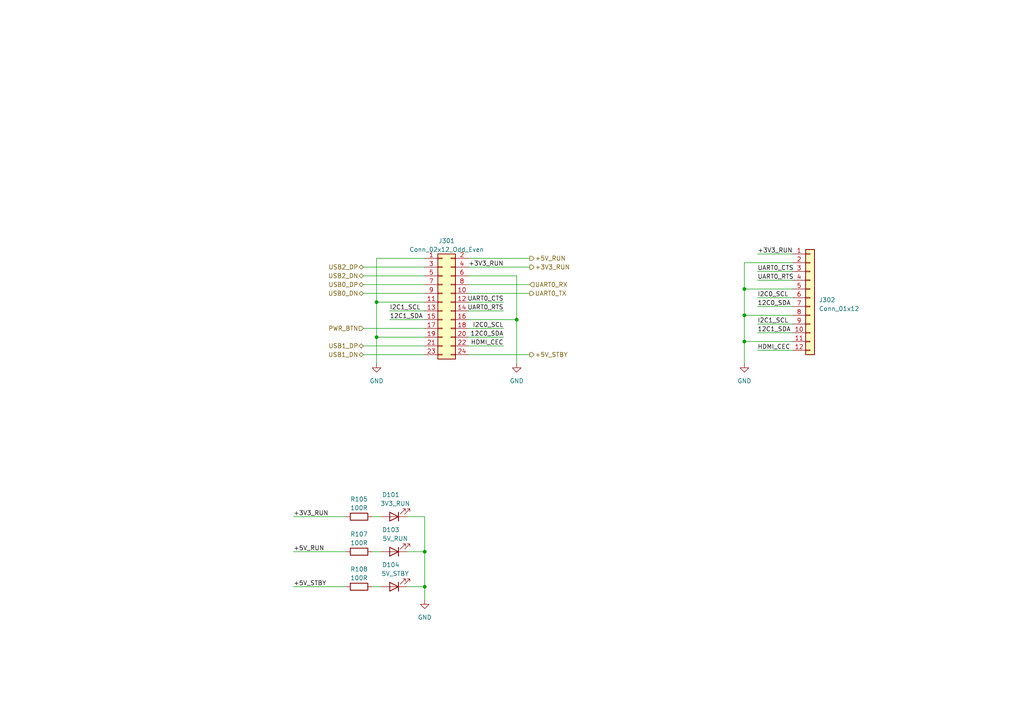
<source format=kicad_sch>
(kicad_sch (version 20230121) (generator eeschema)
  (paper "A4")
  (title_block (title "ODROID H3(+) mITX adapter") (date "2023-08-13") (rev "1.1.0"))
  (lib_symbols
    (symbol "Device:LED" (pin_numbers hide) (pin_names (offset 1.016) hide)
      (property "Reference" "D" (at 0 2.54 0))
      (property "Value" "LED" (at 0 -2.54 0))
      (symbol "LED_0_1"
        (polyline (pts (xy -1.27 -1.27) (xy -1.27 1.27)) (stroke (width 0.254)))
        (polyline (pts (xy -1.27 0) (xy 1.27 0)))
        (polyline (pts (xy 1.27 -1.27) (xy 1.27 1.27) (xy -1.27 0) (xy 1.27 -1.27)) (stroke (width 0.254)))
        (polyline (pts (xy -3.048 -0.762) (xy -4.572 -2.286) (xy -3.81 -2.286) (xy -4.572 -2.286) (xy -4.572 -1.524)))
        (polyline (pts (xy -1.778 -0.762) (xy -3.302 -2.286) (xy -2.54 -2.286) (xy -3.302 -2.286) (xy -3.302 -1.524)))
      )
      (symbol "LED_1_1"
        (pin passive line (at -3.81 0 0) (length 2.54) (name "K") (number "1"))
        (pin passive line (at 3.81 0 180) (length 2.54) (name "A") (number "2"))
      )
    )
    (symbol "Device:R" (pin_numbers hide) (pin_names (offset 0))
      (property "Reference" "R" (at 2.032 0 90))
      (property "Value" "R" (at 0 0 90))
      (symbol "R_0_1"
        (rectangle (start -1.016 -2.54) (end 1.016 2.54) (stroke (width 0.254)))
      )
      (symbol "R_1_1"
        (pin passive line (at 0 3.81 270) (length 1.27) (name "~") (number "1"))
        (pin passive line (at 0 -3.81 90) (length 1.27) (name "~") (number "2"))
      )
    )
    (symbol "odroid_h3_uitx_adapter:Conn_01x12" (pin_names (offset 1.016) hide)
      (property "Reference" "J" (at 0 15.24 0))
      (property "Value" "Conn_01x12" (at 0 -17.78 0))
      (symbol "Conn_01x12_1_1"
        (rectangle (start -1.27 -15.113) (end 0 -15.367) (stroke (width 0.1524)))
        (rectangle (start -1.27 -12.573) (end 0 -12.827) (stroke (width 0.1524)))
        (rectangle (start -1.27 -10.033) (end 0 -10.287) (stroke (width 0.1524)))
        (rectangle (start -1.27 -7.493) (end 0 -7.747) (stroke (width 0.1524)))
        (rectangle (start -1.27 -4.953) (end 0 -5.207) (stroke (width 0.1524)))
        (rectangle (start -1.27 -2.413) (end 0 -2.667) (stroke (width 0.1524)))
        (rectangle (start -1.27 0.127) (end 0 -0.127) (stroke (width 0.1524)))
        (rectangle (start -1.27 2.667) (end 0 2.413) (stroke (width 0.1524)))
        (rectangle (start -1.27 5.207) (end 0 4.953) (stroke (width 0.1524)))
        (rectangle (start -1.27 7.747) (end 0 7.493) (stroke (width 0.1524)))
        (rectangle (start -1.27 10.287) (end 0 10.033) (stroke (width 0.1524)))
        (rectangle (start -1.27 12.827) (end 0 12.573) (stroke (width 0.1524)))
        (rectangle (start -1.27 13.97) (end 1.27 -16.51) (stroke (width 0.254)) (fill (type background)))
        (pin passive line (at -5.08 12.7 0) (length 3.81) (name "Pin_1") (number "1"))
        (pin passive line (at -5.08 -10.16 0) (length 3.81) (name "Pin_10") (number "10"))
        (pin passive line (at -5.08 -12.7 0) (length 3.81) (name "Pin_11") (number "11"))
        (pin passive line (at -5.08 -15.24 0) (length 3.81) (name "Pin_12") (number "12"))
        (pin passive line (at -5.08 10.16 0) (length 3.81) (name "Pin_2") (number "2"))
        (pin passive line (at -5.08 7.62 0) (length 3.81) (name "Pin_3") (number "3"))
        (pin passive line (at -5.08 5.08 0) (length 3.81) (name "Pin_4") (number "4"))
        (pin passive line (at -5.08 2.54 0) (length 3.81) (name "Pin_5") (number "5"))
        (pin passive line (at -5.08 0 0) (length 3.81) (name "Pin_6") (number "6"))
        (pin passive line (at -5.08 -2.54 0) (length 3.81) (name "Pin_7") (number "7"))
        (pin passive line (at -5.08 -5.08 0) (length 3.81) (name "Pin_8") (number "8"))
        (pin passive line (at -5.08 -7.62 0) (length 3.81) (name "Pin_9") (number "9"))
      )
    )
    (symbol "odroid_h3_uitx_adapter:Conn_02x12_Odd_Even" (pin_names (offset 1.016) hide)
      (property "Reference" "J" (at 0 15.24 0))
      (property "Value" "Conn_02x12_Odd_Even" (at 0 -17.78 0))
      (symbol "Conn_02x12_Odd_Even_1_1"
        (rectangle (start -2.54 -15.113) (end -1.27 -15.367) (stroke (width 0.1524)))
        (rectangle (start -2.54 -12.573) (end -1.27 -12.827) (stroke (width 0.1524)))
        (rectangle (start -2.54 -10.033) (end -1.27 -10.287) (stroke (width 0.1524)))
        (rectangle (start -2.54 -7.493) (end -1.27 -7.747) (stroke (width 0.1524)))
        (rectangle (start -2.54 -4.953) (end -1.27 -5.207) (stroke (width 0.1524)))
        (rectangle (start -2.54 -2.413) (end -1.27 -2.667) (stroke (width 0.1524)))
        (rectangle (start -2.54 0.127) (end -1.27 -0.127) (stroke (width 0.1524)))
        (rectangle (start -2.54 2.667) (end -1.27 2.413) (stroke (width 0.1524)))
        (rectangle (start -2.54 5.207) (end -1.27 4.953) (stroke (width 0.1524)))
        (rectangle (start -2.54 7.747) (end -1.27 7.493) (stroke (width 0.1524)))
        (rectangle (start -2.54 10.287) (end -1.27 10.033) (stroke (width 0.1524)))
        (rectangle (start -2.54 12.827) (end -1.27 12.573) (stroke (width 0.1524)))
        (rectangle (start -2.54 13.97) (end 2.54 -16.51) (stroke (width 0.254)) (fill (type background)))
        (rectangle (start 2.54 -15.113) (end 1.27 -15.367) (stroke (width 0.1524)))
        (rectangle (start 2.54 -12.573) (end 1.27 -12.827) (stroke (width 0.1524)))
        (rectangle (start 2.54 -10.033) (end 1.27 -10.287) (stroke (width 0.1524)))
        (rectangle (start 2.54 -7.493) (end 1.27 -7.747) (stroke (width 0.1524)))
        (rectangle (start 2.54 -4.953) (end 1.27 -5.207) (stroke (width 0.1524)))
        (rectangle (start 2.54 -2.413) (end 1.27 -2.667) (stroke (width 0.1524)))
        (rectangle (start 2.54 0.127) (end 1.27 -0.127) (stroke (width 0.1524)))
        (rectangle (start 2.54 2.667) (end 1.27 2.413) (stroke (width 0.1524)))
        (rectangle (start 2.54 5.207) (end 1.27 4.953) (stroke (width 0.1524)))
        (rectangle (start 2.54 7.747) (end 1.27 7.493) (stroke (width 0.1524)))
        (rectangle (start 2.54 10.287) (end 1.27 10.033) (stroke (width 0.1524)))
        (rectangle (start 2.54 12.827) (end 1.27 12.573) (stroke (width 0.1524)))
        (pin passive line (at -6.35 12.7 0) (length 3.81) (name "Pin_1") (number "1"))
        (pin passive line (at 6.35 2.54 180) (length 3.81) (name "Pin_10") (number "10"))
        (pin passive line (at -6.35 0 0) (length 3.81) (name "Pin_11") (number "11"))
        (pin passive line (at 6.35 0 180) (length 3.81) (name "Pin_12") (number "12"))
        (pin passive line (at -6.35 -2.54 0) (length 3.81) (name "Pin_13") (number "13"))
        (pin passive line (at 6.35 -2.54 180) (length 3.81) (name "Pin_14") (number "14"))
        (pin passive line (at -6.35 -5.08 0) (length 3.81) (name "Pin_15") (number "15"))
        (pin passive line (at 6.35 -5.08 180) (length 3.81) (name "Pin_16") (number "16"))
        (pin passive line (at -6.35 -7.62 0) (length 3.81) (name "Pin_17") (number "17"))
        (pin passive line (at 6.35 -7.62 180) (length 3.81) (name "Pin_18") (number "18"))
        (pin passive line (at -6.35 -10.16 0) (length 3.81) (name "Pin_19") (number "19"))
        (pin passive line (at 6.35 12.7 180) (length 3.81) (name "Pin_2") (number "2"))
        (pin passive line (at 6.35 -10.16 180) (length 3.81) (name "Pin_20") (number "20"))
        (pin passive line (at -6.35 -12.7 0) (length 3.81) (name "Pin_21") (number "21"))
        (pin passive line (at 6.35 -12.7 180) (length 3.81) (name "Pin_22") (number "22"))
        (pin passive line (at -6.35 -15.24 0) (length 3.81) (name "Pin_23") (number "23"))
        (pin passive line (at 6.35 -15.24 180) (length 3.81) (name "Pin_24") (number "24"))
        (pin passive line (at -6.35 10.16 0) (length 3.81) (name "Pin_3") (number "3"))
        (pin passive line (at 6.35 10.16 180) (length 3.81) (name "Pin_4") (number "4"))
        (pin passive line (at -6.35 7.62 0) (length 3.81) (name "Pin_5") (number "5"))
        (pin passive line (at 6.35 7.62 180) (length 3.81) (name "Pin_6") (number "6"))
        (pin passive line (at -6.35 5.08 0) (length 3.81) (name "Pin_7") (number "7"))
        (pin passive line (at 6.35 5.08 180) (length 3.81) (name "Pin_8") (number "8"))
        (pin passive line (at -6.35 2.54 0) (length 3.81) (name "Pin_9") (number "9"))
      )
    )
    (symbol "power:GND" (power) (pin_names (offset 0))
      (property "Value" "GND" (at 0 -3.81 0))
      (symbol "GND_0_1"
        (polyline (pts (xy 0 0) (xy 0 -1.27) (xy 1.27 -1.27) (xy 0 -2.54) (xy -1.27 -1.27) (xy 0 -1.27)))
      )
      (symbol "GND_1_1"
        (pin power_in line (at 0 0 270) (length 0) hide (name "GND") (number "1"))
      )
    )
  )
  (junction (at 215.9 83.82))
  (junction (at 123.19 160.02))
  (junction (at 215.9 91.44))
  (junction (at 123.19 170.18))
  (junction (at 109.22 97.79))
  (junction (at 215.9 99.06))
  (junction (at 149.86 92.71))
  (junction (at 109.22 87.63))
  (wire (pts (xy 135.89 80.01) (xy 149.86 80.01)))
  (wire (pts (xy 123.19 87.63) (xy 109.22 87.63)))
  (wire (pts (xy 110.49 149.86) (xy 107.95 149.86)))
  (wire (pts (xy 146.05 90.17) (xy 135.89 90.17)))
  (wire (pts (xy 219.71 81.28) (xy 229.87 81.28)))
  (wire (pts (xy 229.87 101.6) (xy 219.71 101.6)))
  (wire (pts (xy 135.89 85.09) (xy 153.67 85.09)))
  (wire (pts (xy 153.67 77.47) (xy 135.89 77.47)))
  (wire (pts (xy 109.22 87.63) (xy 109.22 97.79)))
  (wire (pts (xy 105.41 77.47) (xy 123.19 77.47)))
  (wire (pts (xy 215.9 91.44) (xy 229.87 91.44)))
  (wire (pts (xy 85.09 149.86) (xy 100.33 149.86)))
  (wire (pts (xy 123.19 160.02) (xy 123.19 170.18)))
  (wire (pts (xy 118.11 160.02) (xy 123.19 160.02)))
  (wire (pts (xy 219.71 73.66) (xy 229.87 73.66)))
  (wire (pts (xy 149.86 80.01) (xy 149.86 92.71)))
  (wire (pts (xy 109.22 97.79) (xy 109.22 105.41)))
  (wire (pts (xy 229.87 78.74) (xy 219.71 78.74)))
  (wire (pts (xy 135.89 87.63) (xy 146.05 87.63)))
  (wire (pts (xy 123.19 173.99) (xy 123.19 170.18)))
  (wire (pts (xy 113.03 92.71) (xy 123.19 92.71)))
  (wire (pts (xy 146.05 97.79) (xy 135.89 97.79)))
  (wire (pts (xy 229.87 86.36) (xy 219.71 86.36)))
  (wire (pts (xy 123.19 90.17) (xy 113.03 90.17)))
  (wire (pts (xy 123.19 74.93) (xy 109.22 74.93)))
  (wire (pts (xy 215.9 99.06) (xy 215.9 105.41)))
  (wire (pts (xy 105.41 82.55) (xy 123.19 82.55)))
  (wire (pts (xy 118.11 149.86) (xy 123.19 149.86)))
  (wire (pts (xy 110.49 170.18) (xy 107.95 170.18)))
  (wire (pts (xy 110.49 160.02) (xy 107.95 160.02)))
  (wire (pts (xy 85.09 160.02) (xy 100.33 160.02)))
  (wire (pts (xy 149.86 92.71) (xy 149.86 105.41)))
  (wire (pts (xy 105.41 85.09) (xy 123.19 85.09)))
  (wire (pts (xy 219.71 96.52) (xy 229.87 96.52)))
  (wire (pts (xy 215.9 76.2) (xy 229.87 76.2)))
  (wire (pts (xy 123.19 170.18) (xy 118.11 170.18)))
  (wire (pts (xy 135.89 102.87) (xy 153.67 102.87)))
  (wire (pts (xy 105.41 80.01) (xy 123.19 80.01)))
  (wire (pts (xy 105.41 100.33) (xy 123.19 100.33)))
  (wire (pts (xy 135.89 82.55) (xy 153.67 82.55)))
  (wire (pts (xy 215.9 91.44) (xy 215.9 99.06)))
  (wire (pts (xy 215.9 83.82) (xy 229.87 83.82)))
  (wire (pts (xy 123.19 97.79) (xy 109.22 97.79)))
  (wire (pts (xy 109.22 74.93) (xy 109.22 87.63)))
  (wire (pts (xy 135.89 95.25) (xy 146.05 95.25)))
  (wire (pts (xy 123.19 149.86) (xy 123.19 160.02)))
  (wire (pts (xy 105.41 95.25) (xy 123.19 95.25)))
  (wire (pts (xy 215.9 83.82) (xy 215.9 91.44)))
  (wire (pts (xy 135.89 74.93) (xy 153.67 74.93)))
  (wire (pts (xy 219.71 88.9) (xy 229.87 88.9)))
  (wire (pts (xy 229.87 93.98) (xy 219.71 93.98)))
  (wire (pts (xy 135.89 100.33) (xy 146.05 100.33)))
  (wire (pts (xy 215.9 76.2) (xy 215.9 83.82)))
  (wire (pts (xy 85.09 170.18) (xy 100.33 170.18)))
  (wire (pts (xy 135.89 92.71) (xy 149.86 92.71)))
  (wire (pts (xy 105.41 102.87) (xy 123.19 102.87)))
  (wire (pts (xy 215.9 99.06) (xy 229.87 99.06)))
  (label "I2C0_SCL" (at 219.71 86.36 0))
  (label "UART0_RTS" (at 219.71 81.28 0))
  (label "UART0_RTS" (at 146.05 90.17 180))
  (label "+5V_RUN" (at 85.09 160.02 0))
  (label "UART0_CTS" (at 219.71 78.74 0))
  (label "+3V3_RUN" (at 85.09 149.86 0))
  (label "I2C1_SCL" (at 113.03 90.17 0))
  (label "12C0_SDA" (at 146.05 97.79 180))
  (label "UART0_CTS" (at 146.05 87.63 180))
  (label "+3V3_RUN" (at 146.05 77.47 180))
  (label "I2C1_SCL" (at 219.71 93.98 0))
  (label "+5V_STBY" (at 85.09 170.18 0))
  (label "12C1_SDA" (at 219.71 96.52 0))
  (label "I2C0_SCL" (at 146.05 95.25 180))
  (label "HDMI_CEC" (at 219.71 101.6 0))
  (label "12C0_SDA" (at 219.71 88.9 0))
  (label "HDMI_CEC" (at 146.05 100.33 180))
  (label "+3V3_RUN" (at 219.71 73.66 0))
  (label "12C1_SDA" (at 113.03 92.71 0))
  (hierarchical_label "+5V_RUN" (shape output) (at 153.67 74.93 0))
  (hierarchical_label "UART0_RX" (shape input) (at 153.67 82.55 0))
  (hierarchical_label "USB1_DP" (shape bidirectional) (at 105.41 100.33 180))
  (hierarchical_label "UART0_TX" (shape output) (at 153.67 85.09 0))
  (hierarchical_label "+5V_STBY" (shape output) (at 153.67 102.87 0))
  (hierarchical_label "USB0_DN" (shape bidirectional) (at 105.41 85.09 180))
  (hierarchical_label "USB0_DP" (shape bidirectional) (at 105.41 82.55 180))
  (hierarchical_label "USB2_DP" (shape bidirectional) (at 105.41 77.47 180))
  (hierarchical_label "USB1_DN" (shape bidirectional) (at 105.41 102.87 180))
  (hierarchical_label "+3V3_RUN" (shape output) (at 153.67 77.47 0))
  (hierarchical_label "PWR_BTN" (shape input) (at 105.41 95.25 180))
  (hierarchical_label "USB2_DN" (shape bidirectional) (at 105.41 80.01 180))
  (symbol (lib_id "Device:LED") (at 114.3 149.86 180) (unit 1)
    (property "Reference" "D101" (at 113.3475 143.51 0))
    (property "Value" "3V3_RUN" (at 114.6175 146.05 0))
    (property "Footprint" "LED_SMD:LED_0603_1608Metric" (effects hide))
    (property "Datasheet" "https://datasheet.lcsc.com/lcsc/1810201530_BrtLed-Bright-LED-Elec-BL-HKC36G-AV-TRB_C165981.pdf" (effects hide))
    (property "LCSC" "C165981" (effects hide))
    (instances (project "main" (path "" (reference "D101") (unit 1)) (path "" (reference "D301") (unit 1))))
  )
  (symbol (lib_id "power:GND") (at 215.9 105.41 0) (unit 1)
    (property "Reference" "#PWR0120" (effects hide))
    (property "Value" "GND" (at 215.9 110.49 0))
    (instances (project "main" (path "" (reference "#PWR0120") (unit 1)) (path "" (reference "#PWR0304") (unit 1))))
  )
  (symbol (lib_id "Device:LED") (at 114.3 160.02 180) (unit 1)
    (property "Reference" "D103" (at 113.3475 153.67 0))
    (property "Value" "5V_RUN" (at 114.6175 156.21 0))
    (property "Footprint" "LED_SMD:LED_0603_1608Metric" (effects hide))
    (property "Datasheet" "https://datasheet.lcsc.com/lcsc/1810201530_BrtLed-Bright-LED-Elec-BL-HKC36G-AV-TRB_C165981.pdf" (effects hide))
    (property "LCSC" "C165981" (effects hide))
    (instances (project "main" (path "" (reference "D103") (unit 1)) (path "" (reference "D302") (unit 1))))
  )
  (symbol (lib_id "power:GND") (at 149.86 105.41 0) (mirror y) (unit 1)
    (property "Reference" "#PWR0119" (effects hide))
    (property "Value" "GND" (at 149.86 110.49 0))
    (instances (project "main" (path "" (reference "#PWR0119") (unit 1)) (path "" (reference "#PWR0303") (unit 1))))
  )
  (symbol (lib_id "Device:R") (at 104.14 160.02 90) (unit 1)
    (property "Reference" "R107" (at 104.14 154.94 90))
    (property "Value" "100R" (at 104.14 157.48 90))
    (property "Footprint" "Resistor_SMD:R_0402_1005Metric" (effects hide))
    (property "LCSC" "C25076" (effects hide))
    (instances (project "main" (path "" (reference "R107") (unit 1)) (path "" (reference "R302") (unit 1))))
  )
  (symbol (lib_id "odroid_h3_uitx_adapter:Conn_02x12_Odd_Even") (at 129.54 87.63 0) (unit 1)
    (property "Reference" "J301" (at 129.54 69.85 0))
    (property "Value" "Conn_02x12_Odd_Even" (at 129.54 72.39 0))
    (property "Footprint" "odroid_h3_uitx_adapter:PinHeader_2x12_P2.54mm_Vertical" (effects hide))
    (property "LCSC" "C2935922" (effects hide))
  )
  (symbol (lib_id "Device:LED") (at 114.3 170.18 180) (unit 1)
    (property "Reference" "D104" (at 113.3475 163.83 0))
    (property "Value" "5V_STBY" (at 114.6175 166.37 0))
    (property "Footprint" "LED_SMD:LED_0603_1608Metric" (effects hide))
    (property "Datasheet" "https://datasheet.lcsc.com/lcsc/1810201530_BrtLed-Bright-LED-Elec-BL-HKC36G-AV-TRB_C165981.pdf" (effects hide))
    (property "LCSC" "C165981" (effects hide))
    (instances (project "main" (path "" (reference "D104") (unit 1)) (path "" (reference "D303") (unit 1))))
  )
  (symbol (lib_id "odroid_h3_uitx_adapter:Conn_01x12") (at 234.95 86.36 0) (unit 1)
    (property "Reference" "J302" (at 237.49 86.995 0) (effects (justify left)))
    (property "Value" "Conn_01x12" (at 237.49 89.535 0) (effects (justify left)))
    (property "Footprint" "odroid_h3_uitx_adapter:PinHeader_1x12_P2.54mm_Vertical" (effects hide))
    (property "LCSC" "C225487" (effects hide))
  )
  (symbol (lib_id "Device:R") (at 104.14 149.86 90) (unit 1)
    (property "Reference" "R105" (at 104.14 144.78 90))
    (property "Value" "100R" (at 104.14 147.32 90))
    (property "Footprint" "Resistor_SMD:R_0402_1005Metric" (effects hide))
    (property "LCSC" "C25076" (effects hide))
    (instances (project "main" (path "" (reference "R105") (unit 1)) (path "" (reference "R301") (unit 1))))
  )
  (symbol (lib_id "power:GND") (at 109.22 105.41 0) (unit 1)
    (property "Reference" "#PWR0115" (effects hide))
    (property "Value" "GND" (at 109.22 110.49 0))
    (instances (project "main" (path "" (reference "#PWR0115") (unit 1)) (path "" (reference "#PWR0301") (unit 1))))
  )
  (symbol (lib_id "power:GND") (at 123.19 173.99 0) (unit 1)
    (property "Reference" "#PWR0105" (effects hide))
    (property "Value" "GND" (at 123.19 179.07 0))
    (instances (project "main" (path "" (reference "#PWR0105") (unit 1)) (path "" (reference "#PWR0302") (unit 1))))
  )
  (symbol (lib_id "Device:R") (at 104.14 170.18 90) (unit 1)
    (property "Reference" "R108" (at 104.14 165.1 90))
    (property "Value" "100R" (at 104.14 167.64 90))
    (property "Footprint" "Resistor_SMD:R_0402_1005Metric" (effects hide))
    (property "LCSC" "C25076" (effects hide))
    (instances (project "main" (path "" (reference "R108") (unit 1)) (path "" (reference "R303") (unit 1))))
  )
)
</source>
